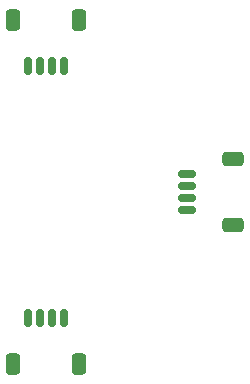
<source format=gbr>
%TF.GenerationSoftware,KiCad,Pcbnew,(6.99.0-2504-g6a9c6e8599)*%
%TF.CreationDate,2023-09-08T01:08:47-07:00*%
%TF.ProjectId,EZO_Qwiic,455a4f5f-5177-4696-9963-2e6b69636164,rev?*%
%TF.SameCoordinates,Original*%
%TF.FileFunction,Paste,Top*%
%TF.FilePolarity,Positive*%
%FSLAX46Y46*%
G04 Gerber Fmt 4.6, Leading zero omitted, Abs format (unit mm)*
G04 Created by KiCad (PCBNEW (6.99.0-2504-g6a9c6e8599)) date 2023-09-08 01:08:47*
%MOMM*%
%LPD*%
G01*
G04 APERTURE LIST*
G04 Aperture macros list*
%AMRoundRect*
0 Rectangle with rounded corners*
0 $1 Rounding radius*
0 $2 $3 $4 $5 $6 $7 $8 $9 X,Y pos of 4 corners*
0 Add a 4 corners polygon primitive as box body*
4,1,4,$2,$3,$4,$5,$6,$7,$8,$9,$2,$3,0*
0 Add four circle primitives for the rounded corners*
1,1,$1+$1,$2,$3*
1,1,$1+$1,$4,$5*
1,1,$1+$1,$6,$7*
1,1,$1+$1,$8,$9*
0 Add four rect primitives between the rounded corners*
20,1,$1+$1,$2,$3,$4,$5,0*
20,1,$1+$1,$4,$5,$6,$7,0*
20,1,$1+$1,$6,$7,$8,$9,0*
20,1,$1+$1,$8,$9,$2,$3,0*%
G04 Aperture macros list end*
%ADD10RoundRect,0.150000X0.625000X-0.150000X0.625000X0.150000X-0.625000X0.150000X-0.625000X-0.150000X0*%
%ADD11RoundRect,0.250000X0.650000X-0.350000X0.650000X0.350000X-0.650000X0.350000X-0.650000X-0.350000X0*%
%ADD12RoundRect,0.150000X-0.150000X-0.625000X0.150000X-0.625000X0.150000X0.625000X-0.150000X0.625000X0*%
%ADD13RoundRect,0.250000X-0.350000X-0.650000X0.350000X-0.650000X0.350000X0.650000X-0.350000X0.650000X0*%
%ADD14RoundRect,0.150000X0.150000X0.625000X-0.150000X0.625000X-0.150000X-0.625000X0.150000X-0.625000X0*%
%ADD15RoundRect,0.250000X0.350000X0.650000X-0.350000X0.650000X-0.350000X-0.650000X0.350000X-0.650000X0*%
G04 APERTURE END LIST*
D10*
%TO.C,J4*%
X161830000Y-85320000D03*
X161830000Y-84320000D03*
X161830000Y-83320000D03*
X161830000Y-82320000D03*
D11*
X165705000Y-81020000D03*
X165705000Y-86620000D03*
%TD*%
D12*
%TO.C,J3*%
X148360000Y-94520000D03*
X149360000Y-94520000D03*
X150360000Y-94520000D03*
X151360000Y-94520000D03*
D13*
X152660000Y-98395000D03*
X147060000Y-98395000D03*
%TD*%
D14*
%TO.C,J2*%
X151360000Y-73120000D03*
X150360000Y-73120000D03*
X149360000Y-73120000D03*
X148360000Y-73120000D03*
D15*
X147060000Y-69245000D03*
X152660000Y-69245000D03*
%TD*%
M02*

</source>
